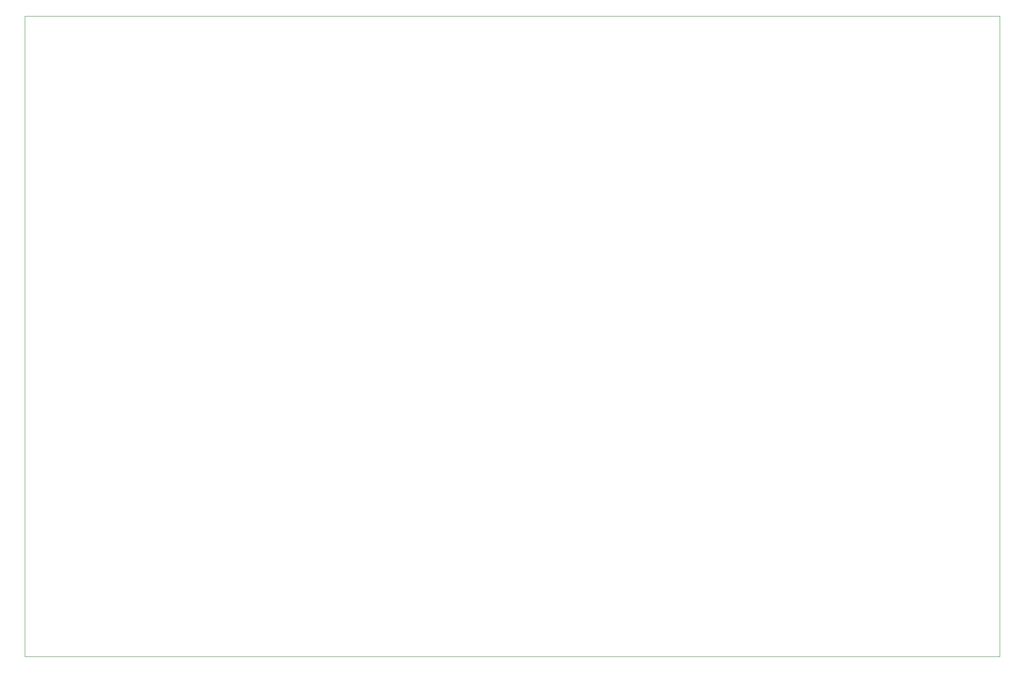
<source format=gbr>
%TF.GenerationSoftware,KiCad,Pcbnew,6.0.2+dfsg-1*%
%TF.CreationDate,2022-08-31T22:20:20-04:00*%
%TF.ProjectId,68hc11,36386863-3131-42e6-9b69-6361645f7063,1.03*%
%TF.SameCoordinates,Original*%
%TF.FileFunction,Profile,NP*%
%FSLAX46Y46*%
G04 Gerber Fmt 4.6, Leading zero omitted, Abs format (unit mm)*
G04 Created by KiCad (PCBNEW 6.0.2+dfsg-1) date 2022-08-31 22:20:20*
%MOMM*%
%LPD*%
G01*
G04 APERTURE LIST*
%TA.AperFunction,Profile*%
%ADD10C,0.100000*%
%TD*%
G04 APERTURE END LIST*
D10*
X30000000Y-25000000D02*
X220000000Y-25000000D01*
X220000000Y-25000000D02*
X220000000Y-150000000D01*
X220000000Y-150000000D02*
X30000000Y-150000000D01*
X30000000Y-150000000D02*
X30000000Y-25000000D01*
M02*

</source>
